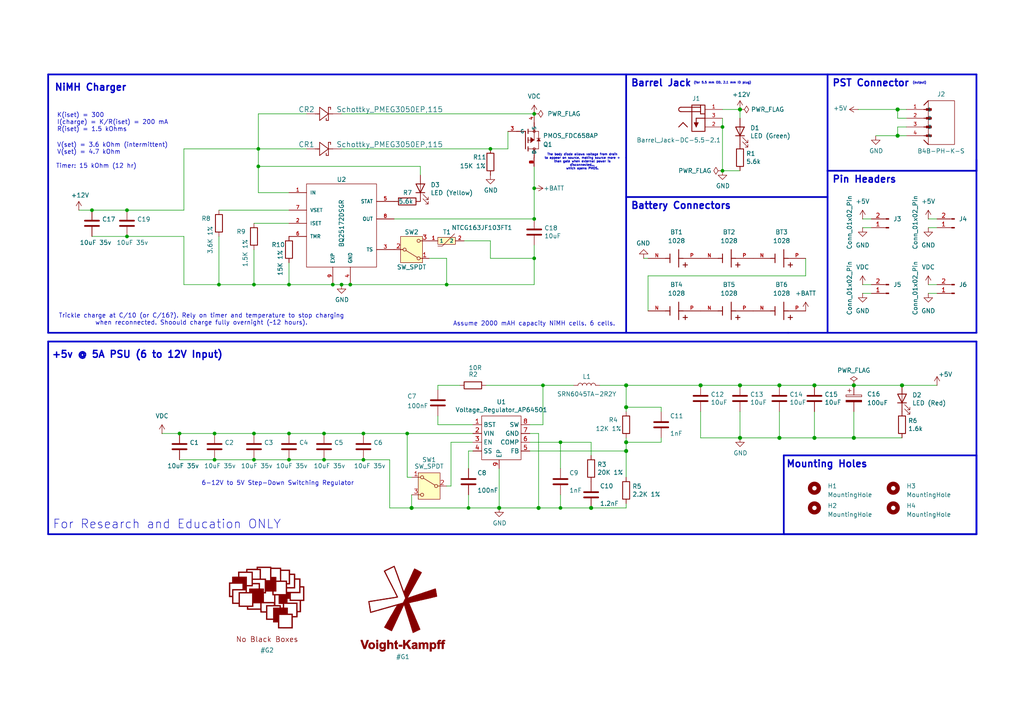
<source format=kicad_sch>
(kicad_sch (version 20231120) (generator "eeschema") (generator_version "8.0")
  (paper "A4")
  (title_block (title "NB3 Charger Board") (date "2025-02-07") (rev "0.0.0") (company "Voight-Kampff") (comment 1 "NoBlackBoxes: NB3 power source and battery charger") (comment 2 "5V/5A power source for RPi, sensors, and motors") (comment 3 "NiMH battery charger"))
  (junction (at 73.66 133.35))
  (junction (at 83.82 82.55))
  (junction (at 181.61 130.81) (diameter 1.016))
  (junction (at 162.56 147.32))
  (junction (at 105.41 125.73))
  (junction (at 83.82 125.73))
  (junction (at 62.23 125.73))
  (junction (at 118.11 125.73))
  (junction (at 142.24 43.18))
  (junction (at 52.07 125.73))
  (junction (at 236.22 111.76) (diameter 1.016))
  (junction (at 226.06 111.76) (diameter 1.016))
  (junction (at 36.83 68.58))
  (junction (at 73.66 82.55))
  (junction (at 105.41 133.35))
  (junction (at 74.93 48.26))
  (junction (at 214.63 111.76) (diameter 1.016))
  (junction (at 203.2 111.76) (diameter 1.016))
  (junction (at 162.56 128.27))
  (junction (at 171.45 147.32) (diameter 1.016))
  (junction (at 99.06 82.55))
  (junction (at 63.5 82.55))
  (junction (at 247.65 127) (diameter 1.016))
  (junction (at 26.67 60.96))
  (junction (at 93.98 125.73))
  (junction (at 119.38 147.32) (diameter 1.016))
  (junction (at 129.54 82.55))
  (junction (at 62.23 133.35))
  (junction (at 226.06 127) (diameter 1.016))
  (junction (at 261.62 111.76) (diameter 1.016))
  (junction (at 154.94 33.02))
  (junction (at 156.21 147.32) (diameter 1.016))
  (junction (at 181.61 118.11) (diameter 1.016))
  (junction (at 36.83 60.96))
  (junction (at 93.98 133.35))
  (junction (at 209.55 49.53))
  (junction (at 236.22 127) (diameter 1.016))
  (junction (at 135.89 147.32))
  (junction (at 260.35 39.37) (diameter 1.016))
  (junction (at 154.94 63.5))
  (junction (at 96.52 82.55))
  (junction (at 144.78 147.32) (diameter 1.016))
  (junction (at 154.94 54.61))
  (junction (at 214.63 31.75) (diameter 1.016))
  (junction (at 247.65 111.76) (diameter 1.016))
  (junction (at 260.35 31.75) (diameter 1.016))
  (junction (at 181.61 128.27) (diameter 1.016))
  (junction (at 181.61 111.76) (diameter 1.016))
  (junction (at 83.82 133.35))
  (junction (at 74.93 43.18))
  (junction (at 214.63 127) (diameter 1.016))
  (junction (at 101.6 82.55))
  (junction (at 154.94 74.93))
  (junction (at 157.48 111.76))
  (junction (at 73.66 125.73))
  (junction (at 209.55 36.83))
  (polyline (pts (xy 283.21 21.59) (xy 240.03 21.59)) (stroke (width 0.5) (type solid)))
  (polyline (pts (xy 240.03 21.59) (xy 240.03 49.53)) (stroke (width 0.5) (type solid)))
  (wire (pts (xy 247.65 111.76) (xy 261.62 111.76)))
  (wire (pts (xy 36.83 68.58) (xy 53.34 68.58)))
  (wire (pts (xy 73.66 72.39) (xy 73.66 82.55)))
  (wire (pts (xy 99.06 33.02) (xy 154.94 33.02)))
  (wire (pts (xy 73.66 64.77) (xy 83.82 64.77)))
  (wire (pts (xy 105.41 125.73) (xy 118.11 125.73)))
  (wire (pts (xy 133.35 111.76) (xy 127 111.76)))
  (wire (pts (xy 269.24 63.5) (xy 271.78 63.5)))
  (wire (pts (xy 135.89 130.81) (xy 135.89 135.89)))
  (wire (pts (xy 74.93 48.26) (xy 121.92 48.26)))
  (wire (pts (xy 26.67 60.96) (xy 36.83 60.96)))
  (wire (pts (xy 63.5 68.58) (xy 63.5 82.55)))
  (polyline (pts (xy 181.61 21.59) (xy 181.61 45.72)) (stroke (width 0.5) (type solid)))
  (wire (pts (xy 181.61 127) (xy 181.61 128.27)))
  (wire (pts (xy 252.73 66.04) (xy 250.19 66.04)))
  (wire (pts (xy 99.06 43.18) (xy 142.24 43.18)))
  (wire (pts (xy 262.89 34.29) (xy 260.35 34.29)))
  (wire (pts (xy 36.83 60.96) (xy 53.34 60.96)))
  (wire (pts (xy 171.45 147.32) (xy 181.61 147.32)))
  (wire (pts (xy 127 111.76) (xy 127 113.03)))
  (wire (pts (xy 181.61 118.11) (xy 181.61 119.38)))
  (wire (pts (xy 209.55 31.75) (xy 214.63 31.75)))
  (wire (pts (xy 154.94 74.93) (xy 154.94 71.12)))
  (wire (pts (xy 153.67 125.73) (xy 156.21 125.73)))
  (wire (pts (xy 52.07 125.73) (xy 62.23 125.73)))
  (wire (pts (xy 262.89 39.37) (xy 260.35 39.37)))
  (wire (pts (xy 233.68 80.01) (xy 187.96 80.01)))
  (wire (pts (xy 74.93 33.02) (xy 74.93 43.18)))
  (wire (pts (xy 154.94 54.61) (xy 154.94 63.5)))
  (wire (pts (xy 181.61 147.32) (xy 181.61 146.05)))
  (wire (pts (xy 214.63 34.29) (xy 214.63 31.75)))
  (wire (pts (xy 130.81 128.27) (xy 130.81 140.97)))
  (wire (pts (xy 157.48 123.19) (xy 157.48 111.76)))
  (wire (pts (xy 135.89 147.32) (xy 144.78 147.32)))
  (polyline (pts (xy 240.03 21.59) (xy 13.97 21.59)) (stroke (width 0.5) (type solid)))
  (wire (pts (xy 154.94 48.26) (xy 154.94 54.61)))
  (polyline (pts (xy 283.21 49.53) (xy 283.21 96.52)) (stroke (width 0.5) (type solid)))
  (wire (pts (xy 73.66 125.73) (xy 83.82 125.73)))
  (wire (pts (xy 96.52 82.55) (xy 99.06 82.55)))
  (wire (pts (xy 74.93 43.18) (xy 74.93 48.26)))
  (wire (pts (xy 162.56 128.27) (xy 162.56 135.89)))
  (polyline (pts (xy 13.97 21.59) (xy 13.97 96.52)) (stroke (width 0.5) (type solid)))
  (polyline (pts (xy 240.03 49.53) (xy 240.03 96.52)) (stroke (width 0.5) (type solid)))
  (polyline (pts (xy 228.6 96.52) (xy 13.97 96.52)) (stroke (width 0.5) (type solid)))
  (wire (pts (xy 62.23 133.35) (xy 73.66 133.35)))
  (wire (pts (xy 250.19 63.5) (xy 252.73 63.5)))
  (wire (pts (xy 113.03 147.32) (xy 119.38 147.32)))
  (polyline (pts (xy 283.21 49.53) (xy 283.21 46.355)) (stroke (width 0.5) (type solid)))
  (wire (pts (xy 137.16 123.19) (xy 127 123.19)))
  (wire (pts (xy 233.68 74.93) (xy 233.68 80.01)))
  (wire (pts (xy 74.93 43.18) (xy 88.9 43.18)))
  (wire (pts (xy 226.06 119.38) (xy 226.06 127)))
  (wire (pts (xy 181.61 130.81) (xy 181.61 138.43)))
  (polyline (pts (xy 13.97 99.06) (xy 13.97 154.94)) (stroke (width 0.5) (type solid)))
  (wire (pts (xy 73.66 133.35) (xy 83.82 133.35)))
  (wire (pts (xy 113.03 133.35) (xy 113.03 147.32)))
  (wire (pts (xy 119.38 147.32) (xy 135.89 147.32)))
  (wire (pts (xy 209.55 49.53) (xy 214.63 49.53)))
  (wire (pts (xy 93.98 133.35) (xy 105.41 133.35)))
  (wire (pts (xy 118.11 138.43) (xy 118.11 125.73)))
  (wire (pts (xy 262.89 36.83) (xy 260.35 36.83)))
  (wire (pts (xy 140.97 111.76) (xy 157.48 111.76)))
  (polyline (pts (xy 283.21 49.53) (xy 283.21 21.59)) (stroke (width 0.5) (type solid)))
  (wire (pts (xy 127 123.19) (xy 127 120.65)))
  (wire (pts (xy 262.89 31.75) (xy 260.35 31.75)))
  (wire (pts (xy 252.73 85.09) (xy 250.19 85.09)))
  (wire (pts (xy 134.62 69.85) (xy 142.24 69.85)))
  (wire (pts (xy 260.35 36.83) (xy 260.35 39.37)))
  (wire (pts (xy 142.24 69.85) (xy 142.24 74.93)))
  (wire (pts (xy 63.5 82.55) (xy 73.66 82.55)))
  (wire (pts (xy 181.61 111.76) (xy 181.61 118.11)))
  (wire (pts (xy 129.54 74.93) (xy 129.54 82.55)))
  (wire (pts (xy 214.63 111.76) (xy 226.06 111.76)))
  (wire (pts (xy 181.61 128.27) (xy 191.77 128.27)))
  (wire (pts (xy 181.61 128.27) (xy 181.61 130.81)))
  (wire (pts (xy 137.16 128.27) (xy 130.81 128.27)))
  (wire (pts (xy 74.93 55.88) (xy 83.82 55.88)))
  (wire (pts (xy 154.94 82.55) (xy 154.94 74.93)))
  (wire (pts (xy 53.34 82.55) (xy 63.5 82.55)))
  (wire (pts (xy 83.82 76.2) (xy 83.82 82.55)))
  (wire (pts (xy 22.86 60.96) (xy 26.67 60.96)))
  (wire (pts (xy 248.92 31.75) (xy 260.35 31.75)))
  (wire (pts (xy 157.48 111.76) (xy 166.37 111.76)))
  (wire (pts (xy 74.93 48.26) (xy 74.93 55.88)))
  (wire (pts (xy 46.99 125.73) (xy 52.07 125.73)))
  (wire (pts (xy 88.9 33.02) (xy 74.93 33.02)))
  (wire (pts (xy 83.82 125.73) (xy 93.98 125.73)))
  (wire (pts (xy 105.41 133.35) (xy 113.03 133.35)))
  (polyline (pts (xy 181.61 45.72) (xy 181.61 96.52)) (stroke (width 0.5) (type solid)))
  (wire (pts (xy 118.11 125.73) (xy 137.16 125.73)))
  (wire (pts (xy 214.63 119.38) (xy 214.63 127)))
  (wire (pts (xy 271.78 85.09) (xy 269.24 85.09)))
  (wire (pts (xy 153.67 130.81) (xy 181.61 130.81)))
  (wire (pts (xy 156.21 125.73) (xy 156.21 147.32)))
  (polyline (pts (xy 13.97 99.06) (xy 283.21 99.06)) (stroke (width 0.5) (type solid)))
  (wire (pts (xy 153.67 123.19) (xy 157.48 123.19)))
  (wire (pts (xy 162.56 147.32) (xy 171.45 147.32)))
  (wire (pts (xy 137.16 130.81) (xy 135.89 130.81)))
  (wire (pts (xy 99.06 82.55) (xy 101.6 82.55)))
  (wire (pts (xy 187.96 80.01) (xy 187.96 90.17)))
  (wire (pts (xy 52.07 133.35) (xy 62.23 133.35)))
  (wire (pts (xy 247.65 119.38) (xy 247.65 127)))
  (wire (pts (xy 226.06 111.76) (xy 236.22 111.76)))
  (wire (pts (xy 260.35 34.29) (xy 260.35 31.75)))
  (wire (pts (xy 73.66 82.55) (xy 83.82 82.55)))
  (wire (pts (xy 53.34 43.18) (xy 74.93 43.18)))
  (wire (pts (xy 236.22 111.76) (xy 247.65 111.76)))
  (wire (pts (xy 271.78 66.04) (xy 269.24 66.04)))
  (wire (pts (xy 153.67 128.27) (xy 162.56 128.27)))
  (polyline (pts (xy 181.61 57.15) (xy 240.03 57.15)) (stroke (width 0.5) (type solid)))
  (wire (pts (xy 124.46 74.93) (xy 129.54 74.93)))
  (polyline (pts (xy 227.33 154.94) (xy 283.21 154.94)) (stroke (width 0.5) (type solid)))
  (wire (pts (xy 162.56 128.27) (xy 171.45 128.27)))
  (wire (pts (xy 181.61 118.11) (xy 191.77 118.11)))
  (wire (pts (xy 236.22 119.38) (xy 236.22 127)))
  (wire (pts (xy 209.55 36.83) (xy 209.55 49.53)))
  (wire (pts (xy 83.82 82.55) (xy 96.52 82.55)))
  (wire (pts (xy 26.67 68.58) (xy 36.83 68.58)))
  (wire (pts (xy 93.98 125.73) (xy 105.41 125.73)))
  (wire (pts (xy 121.92 48.26) (xy 121.92 50.8)))
  (wire (pts (xy 142.24 43.18) (xy 147.32 43.18)))
  (wire (pts (xy 209.55 34.29) (xy 209.55 36.83)))
  (wire (pts (xy 144.78 135.89) (xy 144.78 147.32)))
  (wire (pts (xy 53.34 68.58) (xy 53.34 82.55)))
  (wire (pts (xy 162.56 143.51) (xy 162.56 147.32)))
  (wire (pts (xy 181.61 111.76) (xy 203.2 111.76)))
  (wire (pts (xy 83.82 133.35) (xy 93.98 133.35)))
  (wire (pts (xy 62.23 125.73) (xy 73.66 125.73)))
  (wire (pts (xy 260.35 39.37) (xy 254 39.37)))
  (wire (pts (xy 135.89 143.51) (xy 135.89 147.32)))
  (wire (pts (xy 171.45 132.08) (xy 171.45 128.27)))
  (wire (pts (xy 191.77 128.27) (xy 191.77 127)))
  (wire (pts (xy 147.32 38.1) (xy 147.32 43.18)))
  (wire (pts (xy 101.6 82.55) (xy 129.54 82.55)))
  (wire (pts (xy 119.38 138.43) (xy 118.11 138.43)))
  (polyline (pts (xy 283.21 154.94) (xy 13.97 154.94)) (stroke (width 0.508) (type solid)))
  (wire (pts (xy 173.99 111.76) (xy 181.61 111.76)))
  (wire (pts (xy 203.2 119.38) (xy 203.2 127)))
  (wire (pts (xy 203.2 127) (xy 214.63 127)))
  (wire (pts (xy 214.63 127) (xy 226.06 127)))
  (wire (pts (xy 226.06 127) (xy 236.22 127)))
  (wire (pts (xy 236.22 127) (xy 247.65 127)))
  (wire (pts (xy 247.65 127) (xy 261.62 127)))
  (wire (pts (xy 130.81 140.97) (xy 129.54 140.97)))
  (polyline (pts (xy 283.21 99.06) (xy 283.21 154.94)) (stroke (width 0.5) (type solid)))
  (wire (pts (xy 203.2 111.76) (xy 214.63 111.76)))
  (polyline (pts (xy 240.03 49.53) (xy 283.21 49.53)) (stroke (width 0.5) (type solid)))
  (wire (pts (xy 186.69 74.93) (xy 187.96 74.93)))
  (wire (pts (xy 156.21 147.32) (xy 162.56 147.32)))
  (wire (pts (xy 269.24 82.55) (xy 271.78 82.55)))
  (wire (pts (xy 129.54 82.55) (xy 154.94 82.55)))
  (wire (pts (xy 53.34 60.96) (xy 53.34 43.18)))
  (wire (pts (xy 191.77 118.11) (xy 191.77 119.38)))
  (wire (pts (xy 261.62 111.76) (xy 271.78 111.76)))
  (polyline (pts (xy 227.33 132.08) (xy 283.21 132.08)) (stroke (width 0.5) (type solid)))
  (wire (pts (xy 63.5 60.96) (xy 83.82 60.96)))
  (wire (pts (xy 114.3 63.5) (xy 154.94 63.5)))
  (wire (pts (xy 142.24 74.93) (xy 154.94 74.93)))
  (wire (pts (xy 250.19 82.55) (xy 252.73 82.55)))
  (polyline (pts (xy 227.33 132.08) (xy 227.33 154.94)) (stroke (width 0.5) (type solid)))
  (polyline (pts (xy 283.21 154.94) (xy 283.21 132.08)) (stroke (width 0.5) (type solid)))
  (wire (pts (xy 144.78 147.32) (xy 156.21 147.32)))
  (polyline (pts (xy 228.6 96.52) (xy 283.21 96.52)) (stroke (width 0.5) (type solid)))
  (wire (pts (xy 119.38 143.51) (xy 119.38 147.32)))
  (text "Timer: 15 kOhm (12 hr)" (at 27.94 48.26 0) (effects (font (size 1.27 1.27))))
  (text "(output)" (at 266.7 24.13 0) (effects (font (size 0.635 0.635))))
  (text "K(iset) = 300\nI(charge) = K/R(iset) = 200 mA\nR(iset) = 1.5 kOhms" (at 16.51 35.56 0) (effects (font (size 1.27 1.27)) (justify left)))
  (text "Pin Headers" (at 241.3 53.34 0) (effects (font (size 2 2) (thickness 0.4) (bold yes)) (justify left bottom)))
  (text "The body diode allows voltage from drain\nto appear on source, making source more +\nthan gate when external power is\ndisconnected...\nwhich opens PMOS." (at 168.91 46.99 0) (effects (font (size 0.635 0.635))))
  (text "NiMH Charger" (at 36.83 26.67 0) (effects (font (size 2 2) (thickness 0.4) (bold yes)) (justify right bottom)))
  (text "Mounting Holes" (at 227.965 135.89 0) (effects (font (size 2 2) (thickness 0.4) (bold yes)) (justify left bottom)))
  (text "V(set) = 3.6 kOhm (intermittent)\nV(set) = 4.7 kOhm" (at 16.51 43.18 0) (effects (font (size 1.27 1.27)) (justify left)))
  (text "(for 5.5 mm OD, 2.1 mm ID plug)" (at 209.55 24.13 0) (effects (font (size 0.635 0.635))))
  (text "PST Connector" (at 241.3 25.4 0) (effects (font (size 2 2) (thickness 0.4) (bold yes)) (justify left bottom)))
  (text "Trickle charge at C/10 (or C/16?). Rely on timer and temperature to stop charging\nwhen reconnected. Shoould charge fully overnight (~12 hours)." (at 58.42 92.71 0) (effects (font (size 1.27 1.27))))
  (text "Battery Connectors" (at 182.88 60.96 0) (effects (font (size 2 2) (thickness 0.4) (bold yes)) (justify left bottom)))
  (text "+5v @ 5A PSU (6 to 12V Input)" (at 64.77 104.14 0) (effects (font (size 2 2) (thickness 0.4) (bold yes)) (justify right bottom)))
  (text "For Research and Education ONLY" (at 15.24 153.67 0) (effects (font (size 2.54 2.54)) (justify left bottom)))
  (text "Barrel Jack" (at 182.88 25.4 0) (effects (font (size 2 2) (thickness 0.4) (bold yes)) (justify left bottom)))
  (text "Assume 2000 mAH capacity NiMH cells. 6 cells." (at 154.94 93.98 0) (effects (font (size 1.27 1.27))))
  (text "6-12V to 5V Step-Down Switching Regulator" (at 58.42 140.97 0) (effects (font (size 1.27 1.27)) (justify left bottom)))
  (symbol (lib_id "Device:LED") (at 214.63 38.1 90) (unit 1)
    (property "Reference" "D1" (at 217.6018 37.1094 90) (effects (justify right)))
    (property "Value" "LED (Green)" (at 217.6018 39.4208 90) (effects (justify right)))
    (property "Footprint" "LED_SMD:LED_0603_1608Metric" (effects (hide yes)))
  )
  (symbol (lib_id "Device:R") (at 214.63 45.72 0) (unit 1)
    (property "Reference" "R1" (at 216.408 44.5516 0) (effects (justify left)))
    (property "Value" "5.6k" (at 216.408 46.863 0) (effects (justify left)))
    (property "Footprint" "Resistor_SMD:R_0402_1005Metric" (effects (hide yes)))
  )
  (symbol (lib_id "power:GND") (at 209.55 49.53 0) (unit 1)
    (property "Reference" "#PWR03" (effects (hide yes)))
    (property "Value" "GND" (at 209.677 53.9242 0))
    (property "Description" "Power symbol creates a global label with name \"GND\" , ground" (effects (hide yes)))
  )
  (symbol (lib_id "power:GND") (at 254 39.37 0) (unit 1)
    (property "Reference" "#PWR06" (effects (hide yes)))
    (property "Value" "GND" (at 254.127 43.7642 0))
    (property "Description" "Power symbol creates a global label with name \"GND\" , ground" (effects (hide yes)))
  )
  (symbol (lib_id "NB3_charger:AA_Battery_Holder_1028") (at 226.06 74.93 180) (unit 1)
    (property "Reference" "BT3" (at 226.695 67.31 0))
    (property "Value" "1028" (at 226.695 69.85 0))
    (property "Footprint" "NB3_charger:AA_Battery_Holder_1028" (effects (hide yes)))
    (property "PARTREV" "C" (effects (hide yes)))
    (property "STANDARD" "Manufacturer Recommendations" (effects (hide yes)))
    (property "SNAPEDA_PN" "1028" (effects (hide yes)))
    (property "MAXIMUM_PACKAGE_HEIGHT" "15.49mm" (effects (hide yes)))
    (property "MANUFACTURER" "Keystone" (effects (hide yes)))
  )
  (symbol (lib_id "Connector:Conn_01x02_Pin") (at 257.81 66.04 180) (unit 1)
    (property "Reference" "J3" (at 259.08 63.5 0) (effects (justify right)))
    (property "Value" "Conn_01x02_Pin" (at 246.38 72.39 90) (effects (justify right)))
    (property "Footprint" "Connector_PinHeader_2.54mm:PinHeader_1x02_P2.54mm_Vertical" (effects (hide yes)))
  )
  (symbol (lib_id "Device:C") (at 62.23 129.54 0) (unit 1)
    (property "Reference" "C2" (at 65.151 128.3716 0) (effects (justify left)))
    (property "Value" "10uF 35v" (at 59.182 135.128 0) (effects (justify left)))
    (property "Footprint" "Capacitor_SMD:C_0805_2012Metric" (effects (hide yes)))
    (property "Datasheet" "https://www.murata.com/en-global/products/productdetail.aspx?partno=GRM21BC8YA106ME11%23" (effects (hide yes)))
    (property "Field5" "490-10505-1-ND" (effects (hide yes)))
    (property "Field4" "Digikey" (effects (hide yes)))
    (property "Field6" "GRM21BC8YA106KE11L " (effects (hide yes)))
    (property "Field7" "Murata" (effects (hide yes)))
    (property "Part Description" "	10uF 10% or 20% 35V Ceramic Capacitor X6S 0805 (2012 Metric)" (effects (hide yes)))
  )
  (symbol (lib_id "Switch:SW_SPDT") (at 124.46 140.97 0) (mirror y) (unit 1)
    (property "Reference" "SW1" (at 124.46 133.35 0))
    (property "Value" "SW_SPDT" (at 124.46 135.255 0))
    (property "Footprint" "NB3_charger:Switch_SPDT_SMD_Slide_JS102011JCQN" (effects (hide yes)))
    (property "Description" "Switch, single pole double throw" (effects (hide yes)))
  )
  (symbol (lib_id "power:PWR_FLAG") (at 247.65 111.76 0) (unit 1)
    (property "Reference" "#FLG03" (effects (hide yes)))
    (property "Value" "PWR_FLAG" (at 247.65 107.4356 0))
    (property "Description" "Special symbol for telling ERC where power comes from" (effects (hide yes)))
  )
  (symbol (lib_id "power:VDC") (at 269.24 82.55 0) (unit 1)
    (property "Reference" "#PWR012" (effects (hide yes)))
    (property "Value" "VDC" (at 269.24 77.47 0))
    (property "Description" "Power symbol creates a global label with name \"VDC\"" (effects (hide yes)))
  )
  (symbol (lib_id "Connector:Conn_01x02_Pin") (at 257.81 85.09 180) (unit 1)
    (property "Reference" "J5" (at 259.08 82.55 0) (effects (justify right)))
    (property "Value" "Conn_01x02_Pin" (at 246.38 91.44 90) (effects (justify right)))
    (property "Footprint" "Connector_PinHeader_2.54mm:PinHeader_1x02_P2.54mm_Vertical" (effects (hide yes)))
  )
  (symbol (lib_id "NB3_charger:AA_Battery_Holder_1028") (at 195.58 90.17 180) (unit 1)
    (property "Reference" "BT4" (at 196.215 82.55 0))
    (property "Value" "1028" (at 196.215 85.09 0))
    (property "Footprint" "NB3_charger:AA_Battery_Holder_1028" (effects (hide yes)))
    (property "PARTREV" "C" (effects (hide yes)))
    (property "STANDARD" "Manufacturer Recommendations" (effects (hide yes)))
    (property "SNAPEDA_PN" "1028" (effects (hide yes)))
    (property "MAXIMUM_PACKAGE_HEIGHT" "15.49mm" (effects (hide yes)))
    (property "MANUFACTURER" "Keystone" (effects (hide yes)))
  )
  (symbol (lib_id "NB3_charger:Schottky_PMEG3050EP,115") (at 88.9 33.02 0) (unit 1)
    (property "Reference" "CR2" (at 88.9 31.75 0) (effects (font (size 1.524 1.524))))
    (property "Value" "Schottky_PMEG3050EP,115" (at 113.03 31.75 0) (effects (font (size 1.524 1.524))))
    (property "Footprint" "NB3_charger:Schottky_PMEG3050EP,115" (effects (hide yes)))
  )
  (symbol (lib_id "power:GND") (at 269.24 85.09 0) (unit 1)
    (property "Reference" "#PWR018" (effects (hide yes)))
    (property "Value" "GND" (at 269.24 90.17 0))
    (property "Description" "Power symbol creates a global label with name \"GND\" , ground" (effects (hide yes)))
  )
  (symbol (lib_id "power:VDC") (at 154.94 33.02 0) (unit 1)
    (property "Reference" "#PWR022" (effects (hide yes)))
    (property "Value" "VDC" (at 154.94 27.94 0))
    (property "Description" "Power symbol creates a global label with name \"VDC\"" (effects (hide yes)))
  )
  (symbol (lib_id "Device:R") (at 261.62 123.19 0) (unit 1)
    (property "Reference" "R6" (at 263.398 122.0216 0) (effects (justify left)))
    (property "Value" "1.6k" (at 263.398 124.333 0) (effects (justify left)))
    (property "Footprint" "Resistor_SMD:R_0402_1005Metric" (effects (hide yes)))
  )
  (symbol (lib_id "Mechanical:MountingHole") (at 259.08 147.32 0) (unit 1)
    (property "Reference" "H4" (at 262.89 146.6849 0) (effects (justify left)))
    (property "Value" "MountingHole" (at 262.89 149.2249 0) (effects (justify left)))
    (property "Footprint" "MountingHole:MountingHole_2.7mm_M2.5_ISO7380_Pad" (effects (hide yes)))
  )
  (symbol (lib_id "Device:C") (at 171.45 143.51 0) (unit 1)
    (property "Reference" "C10" (at 173.99 140.97 0) (effects (justify left)))
    (property "Value" "1.2nF" (at 173.99 146.05 0) (effects (justify left)))
    (property "Footprint" "Capacitor_SMD:C_0402_1005Metric" (effects (hide yes)))
    (property "Datasheet" "http://www.farnell.com/datasheets/2734135.pdf?_ga=2.259347658.1738794919.1588350964-1787849031.1568210898&_gac=1.15394434.1588350964.EAIaIQobChMIgrHHs4yT6QIVxevtCh39TA_nEAAYASAAEgK8PfD_BwE" (effects (hide yes)))
    (property "Field4" "Digikey" (effects (hide yes)))
    (property "Field5" "490-16429-1-ND" (effects (hide yes)))
    (property "Field6" "GCM155R71H122KA37D" (effects (hide yes)))
    (property "Field7" "Murata" (effects (hide yes)))
    (property "Part Description" "1200pF 10% 10V Ceramic Capacitor X5R 0402 (1005 Metric)" (effects (hide yes)))
  )
  (symbol (lib_id "Device:L") (at 170.18 111.76 90) (unit 1)
    (property "Reference" "L1" (at 170.18 109.22 90))
    (property "Value" "SRN6045TA-2R2Y" (at 170.18 114.3 90))
    (property "Footprint" "Inductor_SMD:L_Bourns_SRN6045TA" (effects (hide yes)))
    (property "Description" "Inductor" (effects (hide yes)))
    (property "Field4" "Farnell" (effects (hide yes)))
    (property "Field5" "2616889" (effects (hide yes)))
    (property "Field6" "SRN6045TA-3R3Y" (effects (hide yes)))
    (property "Field7" "Bourns" (effects (hide yes)))
    (property "Part Description" "3.3µH Semi-Shielded Wirewound Inductor 7.8A 21mOhm Nonstandard" (effects (hide yes)))
  )
  (symbol (lib_id "power:GND") (at 99.06 82.55 0) (unit 1)
    (property "Reference" "#PWR021" (effects (hide yes)))
    (property "Value" "GND" (at 99.187 86.9442 0))
    (property "Description" "Power symbol creates a global label with name \"GND\" , ground" (effects (hide yes)))
  )
  (symbol (lib_id "power:+BATT") (at 233.68 90.17 0) (unit 1)
    (property "Reference" "#PWR011" (effects (hide yes)))
    (property "Value" "+BATT" (at 233.68 85.09 0))
    (property "Description" "Power symbol creates a global label with name \"+BATT\"" (effects (hide yes)))
  )
  (symbol (lib_id "power:GND") (at 269.24 66.04 0) (unit 1)
    (property "Reference" "#PWR016" (effects (hide yes)))
    (property "Value" "GND" (at 269.24 71.12 0))
    (property "Description" "Power symbol creates a global label with name \"GND\" , ground" (effects (hide yes)))
  )
  (symbol (lib_id "Device:C") (at 52.07 129.54 0) (unit 1)
    (property "Reference" "C1" (at 54.991 128.3716 0) (effects (justify left)))
    (property "Value" "10uF 35v" (at 48.514 135.128 0) (effects (justify left)))
    (property "Footprint" "Capacitor_SMD:C_0805_2012Metric" (effects (hide yes)))
    (property "Datasheet" "https://www.murata.com/en-global/products/productdetail.aspx?partno=GRM21BC8YA106ME11%23" (effects (hide yes)))
    (property "Field5" "490-10505-1-ND" (effects (hide yes)))
    (property "Field4" "Digikey" (effects (hide yes)))
    (property "Field6" "GRM21BC8YA106KE11L " (effects (hide yes)))
    (property "Field7" "Murata" (effects (hide yes)))
    (property "Part Description" "	10uF 10% or 20% 35V Ceramic Capacitor X6S 0805 (2012 Metric)" (effects (hide yes)))
  )
  (symbol (lib_id "power:GND") (at 250.19 66.04 0) (unit 1)
    (property "Reference" "#PWR015" (effects (hide yes)))
    (property "Value" "GND" (at 250.19 71.12 0))
    (property "Description" "Power symbol creates a global label with name \"GND\" , ground" (effects (hide yes)))
  )
  (symbol (lib_id "Mechanical:MountingHole") (at 236.22 147.32 0) (unit 1)
    (property "Reference" "H2" (at 240.03 146.6849 0) (effects (justify left)))
    (property "Value" "MountingHole" (at 240.03 149.2249 0) (effects (justify left)))
    (property "Footprint" "MountingHole:MountingHole_2.7mm_M2.5_ISO7380_Pad" (effects (hide yes)))
  )
  (symbol (lib_id "Device:R") (at 137.16 111.76 270) (unit 1)
    (property "Reference" "R2" (at 135.89 108.585 90) (effects (justify left)))
    (property "Value" "10R" (at 135.89 106.68 90) (effects (justify left)))
    (property "Footprint" "Resistor_SMD:R_0402_1005Metric" (effects (hide yes)))
    (property "Datasheet" "https://fscdn.rohm.com/en/products/databook/datasheet/passive/resistor/chip_resistor/mcr-e.pdf" (effects (hide yes)))
    (property "Field4" "Farnell" (effects (hide yes)))
    (property "Field5" "9238999" (effects (hide yes)))
    (property "Field7" "Yageo" (effects (hide yes)))
    (property "Field6" "RC0402FR-0710RL" (effects (hide yes)))
    (property "Field8" "URES00256" (effects (hide yes)))
    (property "Part Description" "Resistor 10R M1005 1% 63mW" (effects (hide yes)))
  )
  (symbol (lib_id "Device:LED") (at 261.62 115.57 90) (unit 1)
    (property "Reference" "D2" (at 264.5918 114.5794 90) (effects (justify right)))
    (property "Value" "LED (Red)" (at 264.5918 116.8908 90) (effects (justify right)))
    (property "Footprint" "LED_SMD:LED_0603_1608Metric" (effects (hide yes)))
  )
  (symbol (lib_id "Connector:Conn_01x02_Pin") (at 276.86 66.04 180) (unit 1)
    (property "Reference" "J4" (at 278.13 63.5 0) (effects (justify right)))
    (property "Value" "Conn_01x02_Pin" (at 265.43 72.39 90) (effects (justify right)))
    (property "Footprint" "Connector_PinHeader_2.54mm:PinHeader_1x02_P2.54mm_Vertical" (effects (hide yes)))
  )
  (symbol (lib_id "NB3_charger:PMOS_SMD_FDC658AP") (at 152.4 40.64 0) (mirror x) (unit 1)
    (property "Reference" "Q1" (at 157.48 41.9101 0) (effects (justify left)))
    (property "Value" "PMOS_FDC658AP" (at 157.48 39.3701 0) (effects (justify left)))
    (property "Footprint" "NB3_charger:PMOS_SMD_FDC658AP" (effects (hide yes)))
  )
  (symbol (lib_id "Device:C") (at 135.89 139.7 0) (unit 1)
    (property "Reference" "C8" (at 138.43 137.16 0) (effects (justify left)))
    (property "Value" "100nF" (at 138.43 142.24 0) (effects (justify left)))
    (property "Footprint" "Capacitor_SMD:C_0402_1005Metric" (effects (hide yes)))
    (property "Datasheet" "https://search.murata.co.jp/Ceramy/image/img/A01X/G101/ENG/GRM155R71C104KA88-01.pdf" (effects (hide yes)))
    (property "Field4" "Farnell" (effects (hide yes)))
    (property "Field5" "2611911" (effects (hide yes)))
    (property "Field6" "RM EMK105 B7104KV-F" (effects (hide yes)))
    (property "Field7" "TAIYO YUDEN EUROPE GMBH" (effects (hide yes)))
    (property "Part Description" "	0.1uF 10% 16V Ceramic Capacitor X7R 0402 (1005 Metric)" (effects (hide yes)))
    (property "Field8" "110091611" (effects (hide yes)))
  )
  (symbol (lib_id "Device:R") (at 171.45 135.89 0) (unit 1)
    (property "Reference" "R3" (at 173.228 134.7216 0) (effects (justify left)))
    (property "Value" "20K 1%" (at 173.228 137.033 0) (effects (justify left)))
    (property "Footprint" "Resistor_SMD:R_0402_1005Metric" (effects (hide yes)))
    (property "Datasheet" "https://fscdn.rohm.com/en/products/databook/datasheet/passive/resistor/chip_resistor/mcr-e.pdf" (effects (hide yes)))
    (property "Field4" "Farnell" (effects (hide yes)))
    (property "Field5" "2331485" (effects (hide yes)))
    (property "Field7" "KOA EUROPE GMBH" (effects (hide yes)))
    (property "Field6" "RK73H1ETTP2002F" (effects (hide yes)))
    (property "Part Description" "Resistor 20K M1005 1% 63mW" (effects (hide yes)))
  )
  (symbol (lib_id "NB3_charger:Barrel_Jack_TH_XUNPU_DC-005-A200") (at 201.93 34.29 0) (unit 1)
    (property "Reference" "J1" (at 201.93 28.575 0))
    (property "Value" "Barrel_Jack-DC-5.5-2.1" (at 196.85 40.64 0))
    (property "Footprint" "NB3_charger:Barrel_Jack_TH_XUNPU_DC-005-A200" (effects (hide yes)))
    (property "MF" "XUNPU" (effects (hide yes)))
    (property "LCSC" "C720557" (effects (hide yes)))
    (property "MPN" "DC-005-A200" (effects (hide yes)))
  )
  (symbol (lib_id "Device:C") (at 214.63 115.57 0) (unit 1)
    (property "Reference" "C13" (at 217.551 114.4016 0) (effects (justify left)))
    (property "Value" "10uF" (at 217.551 116.713 0) (effects (justify left)))
    (property "Footprint" "Capacitor_SMD:C_0805_2012Metric" (effects (hide yes)))
    (property "Datasheet" "https://search.murata.co.jp/Ceramy/image/img/A01X/G101/ENG/GRM21BR71A106KA73-01.pdf" (effects (hide yes)))
    (property "Field5" "490-14381-1-ND" (effects (hide yes)))
    (property "Field4" "Digikey" (effects (hide yes)))
    (property "Field6" "GRM21BR71A106KA73L" (effects (hide yes)))
    (property "Field7" "Murata" (effects (hide yes)))
    (property "Part Description" "	10uF 10% 10V Ceramic Capacitor X7R 0805 (2012 Metric)" (effects (hide yes)))
    (property "Field8" "111893011" (effects (hide yes)))
  )
  (symbol (lib_id "NB3_charger:AA_Battery_Holder_1028") (at 226.06 90.17 180) (unit 1)
    (property "Reference" "BT6" (at 226.695 82.55 0))
    (property "Value" "1028" (at 226.695 85.09 0))
    (property "Footprint" "NB3_charger:AA_Battery_Holder_1028" (effects (hide yes)))
    (property "PARTREV" "C" (effects (hide yes)))
    (property "STANDARD" "Manufacturer Recommendations" (effects (hide yes)))
    (property "SNAPEDA_PN" "1028" (effects (hide yes)))
    (property "MAXIMUM_PACKAGE_HEIGHT" "15.49mm" (effects (hide yes)))
    (property "MANUFACTURER" "Keystone" (effects (hide yes)))
  )
  (symbol (lib_id "Device:R") (at 83.82 72.39 0) (unit 1)
    (property "Reference" "R10" (at 78.74 70.993 0) (effects (justify left)))
    (property "Value" "15K 1%" (at 81.28 80.01 90) (effects (justify left)))
    (property "Footprint" "Resistor_SMD:R_0402_1005Metric" (effects (hide yes)))
    (property "Datasheet" "https://fscdn.rohm.com/en/products/databook/datasheet/passive/resistor/chip_resistor/mcr-e.pdf" (effects (hide yes)))
    (property "Field4" "Farnell" (effects (hide yes)))
    (property "Field5" "9239367" (effects (hide yes)))
    (property "Field7" "Rohm" (effects (hide yes)))
    (property "Field6" "MCR01MZPF1202" (effects (hide yes)))
    (property "Part Description" "Resistor 12K M1005 1% 63mW" (effects (hide yes)))
  )
  (symbol (lib_id "NB3_charger:AA_Battery_Holder_1028") (at 210.82 90.17 180) (unit 1)
    (property "Reference" "BT5" (at 211.455 82.55 0))
    (property "Value" "1028" (at 211.455 85.09 0))
    (property "Footprint" "NB3_charger:AA_Battery_Holder_1028" (effects (hide yes)))
    (property "PARTREV" "C" (effects (hide yes)))
    (property "STANDARD" "Manufacturer Recommendations" (effects (hide yes)))
    (property "SNAPEDA_PN" "1028" (effects (hide yes)))
    (property "MAXIMUM_PACKAGE_HEIGHT" "15.49mm" (effects (hide yes)))
    (property "MANUFACTURER" "Keystone" (effects (hide yes)))
  )
  (symbol (lib_id "power:PWR_FLAG") (at 209.55 49.53 90) (unit 1)
    (property "Reference" "#FLG02" (effects (hide yes)))
    (property "Value" "PWR_FLAG" (at 206.3749 49.53 90) (effects (justify left)))
    (property "Description" "Special symbol for telling ERC where power comes from" (effects (hide yes)))
  )
  (symbol (lib_id "Device:C") (at 154.94 67.31 0) (unit 1)
    (property "Reference" "C18" (at 157.861 66.1416 0) (effects (justify left)))
    (property "Value" "10uF" (at 157.861 68.453 0) (effects (justify left)))
    (property "Footprint" "Capacitor_SMD:C_0805_2012Metric" (effects (hide yes)))
    (property "Datasheet" "https://search.murata.co.jp/Ceramy/image/img/A01X/G101/ENG/GRM21BR71A106KA73-01.pdf" (effects (hide yes)))
    (property "Field5" "490-14381-1-ND" (effects (hide yes)))
    (property "Field4" "Digikey" (effects (hide yes)))
    (property "Field6" "GRM21BR71A106KA73L" (effects (hide yes)))
    (property "Field7" "Murata" (effects (hide yes)))
    (property "Part Description" "	10uF 10% 10V Ceramic Capacitor X7R 0805 (2012 Metric)" (effects (hide yes)))
    (property "Field8" "111893011" (effects (hide yes)))
  )
  (symbol (lib_id "Device:R") (at 181.61 142.24 0) (unit 1)
    (property "Reference" "R5" (at 183.388 141.0716 0) (effects (justify left)))
    (property "Value" "2.2K 1%" (at 183.388 143.383 0) (effects (justify left)))
    (property "Footprint" "Resistor_SMD:R_0402_1005Metric" (effects (hide yes)))
    (property "Datasheet" "https://fscdn.rohm.com/en/products/databook/datasheet/passive/resistor/chip_resistor/mcr-e.pdf" (effects (hide yes)))
    (property "Field4" "Farnell" (effects (hide yes)))
    (property "Field5" "9239278" (effects (hide yes)))
    (property "Field6" "RK73G1ETQTP2201D         " (effects (hide yes)))
    (property "Field7" "KOA EUROPE GMBH" (effects (hide yes)))
    (property "Part Description" "Resistor 2.2K M1005 1% 63mW" (effects (hide yes)))
    (property "Field8" "120889581" (effects (hide yes)))
  )
  (symbol (lib_id "Device:C_Polarized") (at 247.65 115.57 0) (unit 1)
    (property "Reference" "C16" (at 251.46 114.3 0) (effects (justify left)))
    (property "Value" "100uF" (at 251.46 116.84 0) (effects (justify left)))
    (property "Footprint" "Capacitor_Tantalum_SMD:CP_EIA-7343-31_Kemet-D" (effects (hide yes)))
  )
  (symbol (lib_id "Mechanical:MountingHole") (at 236.22 141.605 0) (unit 1)
    (property "Reference" "H1" (at 240.03 140.9699 0) (effects (justify left)))
    (property "Value" "MountingHole" (at 240.03 143.5099 0) (effects (justify left)))
    (property "Footprint" "MountingHole:MountingHole_2.7mm_M2.5_ISO7380_Pad" (effects (hide yes)))
  )
  (symbol (lib_id "power:GND") (at 142.24 50.8 0) (unit 1)
    (property "Reference" "#PWR023" (effects (hide yes)))
    (property "Value" "GND" (at 142.367 55.1942 0))
    (property "Description" "Power symbol creates a global label with name \"GND\" , ground" (effects (hide yes)))
  )
  (symbol (lib_id "power:+5V") (at 269.24 63.5 0) (unit 1)
    (property "Reference" "#PWR014" (effects (hide yes)))
    (property "Value" "+5V" (at 269.24 58.42 0))
    (property "Description" "Power symbol creates a global label with name \"+5V\"" (effects (hide yes)))
  )
  (symbol (lib_id "Device:C") (at 226.06 115.57 0) (unit 1)
    (property "Reference" "C14" (at 228.981 114.4016 0) (effects (justify left)))
    (property "Value" "10uF" (at 228.981 116.713 0) (effects (justify left)))
    (property "Footprint" "Capacitor_SMD:C_0805_2012Metric" (effects (hide yes)))
    (property "Datasheet" "https://search.murata.co.jp/Ceramy/image/img/A01X/G101/ENG/GRM21BR71A106KA73-01.pdf" (effects (hide yes)))
    (property "Field5" "490-14381-1-ND" (effects (hide yes)))
    (property "Field4" "Digikey" (effects (hide yes)))
    (property "Field6" "GRM21BR71A106KA73L" (effects (hide yes)))
    (property "Field7" "Murata" (effects (hide yes)))
    (property "Part Description" "	10uF 10% 10V Ceramic Capacitor X7R 0805 (2012 Metric)" (effects (hide yes)))
    (property "Field8" "111893011" (effects (hide yes)))
  )
  (symbol (lib_id "Device:C") (at 203.2 115.57 0) (unit 1)
    (property "Reference" "C12" (at 206.121 114.4016 0) (effects (justify left)))
    (property "Value" "10uF" (at 206.121 116.713 0) (effects (justify left)))
    (property "Footprint" "Capacitor_SMD:C_0805_2012Metric" (effects (hide yes)))
    (property "Datasheet" "https://search.murata.co.jp/Ceramy/image/img/A01X/G101/ENG/GRM21BR71A106KA73-01.pdf" (effects (hide yes)))
    (property "Field5" "490-14381-1-ND" (effects (hide yes)))
    (property "Field4" "Digikey" (effects (hide yes)))
    (property "Field6" "GRM21BR71A106KA73L" (effects (hide yes)))
    (property "Field7" "Murata" (effects (hide yes)))
    (property "Part Description" "	10uF 10% 10V Ceramic Capacitor X7R 0805 (2012 Metric)" (effects (hide yes)))
    (property "Field8" "111893011" (effects (hide yes)))
  )
  (symbol (lib_id "power:PWR_FLAG") (at 214.63 31.75 270) (unit 1)
    (property "Reference" "#FLG01" (effects (hide yes)))
    (property "Value" "PWR_FLAG" (at 217.8051 31.75 90) (effects (justify left)))
    (property "Description" "Special symbol for telling ERC where power comes from" (effects (hide yes)))
  )
  (symbol (lib_id "Device:C") (at 36.83 64.77 0) (unit 1)
    (property "Reference" "C19" (at 39.751 63.6016 0) (effects (justify left)))
    (property "Value" "10uF 35v" (at 33.782 70.358 0) (effects (justify left)))
    (property "Footprint" "Capacitor_SMD:C_0805_2012Metric" (effects (hide yes)))
    (property "Datasheet" "https://www.murata.com/en-global/products/productdetail.aspx?partno=GRM21BC8YA106ME11%23" (effects (hide yes)))
    (property "Field5" "490-10505-1-ND" (effects (hide yes)))
    (property "Field4" "Digikey" (effects (hide yes)))
    (property "Field6" "GRM21BC8YA106KE11L " (effects (hide yes)))
    (property "Field7" "Murata" (effects (hide yes)))
    (property "Part Description" "	10uF 10% or 20% 35V Ceramic Capacitor X6S 0805 (2012 Metric)" (effects (hide yes)))
  )
  (symbol (lib_id "power:+5V") (at 250.19 63.5 0) (unit 1)
    (property "Reference" "#PWR013" (effects (hide yes)))
    (property "Value" "+5V" (at 250.19 58.42 0))
    (property "Description" "Power symbol creates a global label with name \"+5V\"" (effects (hide yes)))
  )
  (symbol (lib_id "NB3_charger:Connector_B4B-PH-K-S(LF)(SN)") (at 273.05 36.83 0) (unit 1)
    (property "Reference" "J2" (at 271.78 27.305 0) (effects (justify left)))
    (property "Value" "B4B-PH-K-S" (at 266.065 43.815 0) (effects (justify left)))
    (property "Footprint" "NB3_charger:Connector_B4B-PH-K-S(LF)(SN)" (effects (hide yes)))
    (property "MF" "JST" (effects (hide yes)))
    (property "Description_1" "\n                        \n                             2.0 mm pitch/Disconnectable Crimp style connectors\n                        \n" (effects (hide yes)))
    (property "Package" "None" (effects (hide yes)))
    (property "Price" "None" (effects (hide yes)))
    (property "Check_prices" "https://www.snapeda.com/parts/B4B-PH-K-S(LF)(SN)/JST/view-part/?ref=eda" (effects (hide yes)))
    (property "SnapEDA_Link" "https://www.snapeda.com/parts/B4B-PH-K-S(LF)(SN)/JST/view-part/?ref=snap" (effects (hide yes)))
    (property "MP" "B4B-PH-K-S(LF)(SN)" (effects (hide yes)))
    (property "Availability" "In Stock" (effects (hide yes)))
    (property "MANUFACTURER" "JST" (effects (hide yes)))
  )
  (symbol (lib_id "NB3_charger:Voltage_Regulator_AP64501") (at 139.7 120.65 0) (unit 1)
    (property "Reference" "U1" (at 145.415 116.5668 0))
    (property "Value" "Voltage_Regulator_AP64501" (at 145.415 118.8655 0))
    (property "Footprint" "NB3_charger:Voltage_Regulator_AP64501" (effects (hide yes)))
  )
  (symbol (lib_id "Device:C") (at 191.77 123.19 0) (unit 1)
    (property "Reference" "C11" (at 194.31 120.65 0) (effects (justify left)))
    (property "Value" "1nF" (at 194.31 125.73 0) (effects (justify left)))
    (property "Footprint" "Capacitor_SMD:C_0402_1005Metric" (effects (hide yes)))
    (property "Datasheet" "http://www.farnell.com/datasheets/2048267.pdf?_ga=2.222777691.1738794919.1588350964-1787849031.1568210898&_gac=1.250356018.1588350964.EAIaIQobChMIgrHHs4yT6QIVxevtCh39TA_nEAAYASAAEgK8PfD_BwE" (effects (hide yes)))
    (property "Field4" "Farnell" (effects (hide yes)))
    (property "Field5" "2666374" (effects (hide yes)))
    (property "Field6" "GRM1555C1H221JA01D" (effects (hide yes)))
    (property "Field7" "Murata" (effects (hide yes)))
    (property "Part Description" "220 pF, 50 V, 0402 [1005 Metric], ± 5%, C0G / NP0/CH, GCM Series" (effects (hide yes)))
  )
  (symbol (lib_id "power:+BATT") (at 154.94 54.61 270) (unit 1)
    (property "Reference" "#PWR020" (effects (hide yes)))
    (property "Value" "+BATT" (at 160.655 54.61 90))
    (property "Description" "Power symbol creates a global label with name \"+BATT\"" (effects (hide yes)))
  )
  (symbol (lib_id "Device:C") (at 162.56 139.7 0) (unit 1)
    (property "Reference" "C9" (at 165.1 137.16 0) (effects (justify left)))
    (property "Value" "1nF" (at 165.1 142.24 0) (effects (justify left)))
    (property "Footprint" "Capacitor_SMD:C_0402_1005Metric" (effects (hide yes)))
  )
  (symbol (lib_id "NB3_charger:Thermistor_NTC_NTCG163JF103FT1") (at 129.54 69.85 0) (unit 1)
    (property "Reference" "T1" (at 130.81 67.31 0) (effects (justify right)))
    (property "Value" "NTCG163JF103FT1" (at 148.59 66.04 0) (effects (justify right)))
    (property "Footprint" "NB3_charger:Thermistor_NTC_NTCG163JF103FT1" (effects (hide yes)))
    (property "LCSC" "C76589" (effects (hide yes)))
  )
  (symbol (lib_id "NB3_charger:Schottky_PMEG3050EP,115") (at 88.9 43.18 0) (unit 1)
    (property "Reference" "CR1" (at 88.9 41.91 0) (effects (font (size 1.524 1.524))))
    (property "Value" "Schottky_PMEG3050EP,115" (at 113.03 41.91 0) (effects (font (size 1.524 1.524))))
    (property "Footprint" "NB3_charger:Schottky_PMEG3050EP,115" (effects (hide yes)))
  )
  (symbol (lib_id "Switch:SW_SPDT") (at 119.38 72.39 0) (mirror x) (unit 1)
    (property "Reference" "SW2" (at 119.38 67.31 0))
    (property "Value" "SW_SPDT" (at 119.38 77.47 0))
    (property "Footprint" "NB3_charger:Switch_SPDT_SMD_Slide_JS102011JCQN" (effects (hide yes)))
    (property "Description" "Switch, single pole double throw" (effects (hide yes)))
  )
  (symbol (lib_id "power:GND") (at 186.69 74.93 180) (unit 1)
    (property "Reference" "#PWR010" (effects (hide yes)))
    (property "Value" "GND" (at 186.563 70.5358 0))
    (property "Description" "Power symbol creates a global label with name \"GND\" , ground" (effects (hide yes)))
  )
  (symbol (lib_id "power:GND") (at 250.19 85.09 0) (unit 1)
    (property "Reference" "#PWR017" (effects (hide yes)))
    (property "Value" "GND" (at 250.19 90.17 0))
    (property "Description" "Power symbol creates a global label with name \"GND\" , ground" (effects (hide yes)))
  )
  (symbol (lib_id "power:PWR_FLAG") (at 154.94 33.02 270) (unit 1)
    (property "Reference" "#FLG04" (effects (hide yes)))
    (property "Value" "PWR_FLAG" (at 158.75 33.0199 90) (effects (justify left)))
    (property "Description" "Special symbol for telling ERC where power comes from" (effects (hide yes)))
  )
  (symbol (lib_id "Device:R") (at 181.61 123.19 0) (unit 1)
    (property "Reference" "R4" (at 176.53 121.793 0) (effects (justify left)))
    (property "Value" "12K 1%" (at 172.72 124.333 0) (effects (justify left)))
    (property "Footprint" "Resistor_SMD:R_0402_1005Metric" (effects (hide yes)))
    (property "Datasheet" "https://fscdn.rohm.com/en/products/databook/datasheet/passive/resistor/chip_resistor/mcr-e.pdf" (effects (hide yes)))
    (property "Field4" "Farnell" (effects (hide yes)))
    (property "Field5" "9239367" (effects (hide yes)))
    (property "Field7" "Rohm" (effects (hide yes)))
    (property "Field6" "MCR01MZPF1202" (effects (hide yes)))
    (property "Part Description" "Resistor 12K M1005 1% 63mW" (effects (hide yes)))
  )
  (symbol (lib_id "Device:R") (at 63.5 64.77 0) (unit 1)
    (property "Reference" "R8" (at 58.42 63.373 0) (effects (justify left)))
    (property "Value" "3.6K 1%" (at 60.96 73.66 90) (effects (justify left)))
    (property "Footprint" "Resistor_SMD:R_0402_1005Metric" (effects (hide yes)))
    (property "Datasheet" "https://fscdn.rohm.com/en/products/databook/datasheet/passive/resistor/chip_resistor/mcr-e.pdf" (effects (hide yes)))
    (property "Field4" "Farnell" (effects (hide yes)))
    (property "Field5" "9239367" (effects (hide yes)))
    (property "Field7" "Rohm" (effects (hide yes)))
    (property "Field6" "MCR01MZPF1202" (effects (hide yes)))
    (property "Part Description" "Resistor 12K M1005 1% 63mW" (effects (hide yes)))
  )
  (symbol (lib_id "Device:R") (at 142.24 46.99 0) (unit 1)
    (property "Reference" "R11" (at 137.16 45.593 0) (effects (justify left)))
    (property "Value" "15K 1%" (at 133.35 48.133 0) (effects (justify left)))
    (property "Footprint" "Resistor_SMD:R_0402_1005Metric" (effects (hide yes)))
    (property "Datasheet" "https://fscdn.rohm.com/en/products/databook/datasheet/passive/resistor/chip_resistor/mcr-e.pdf" (effects (hide yes)))
    (property "Field4" "Farnell" (effects (hide yes)))
    (property "Field5" "9239367" (effects (hide yes)))
    (property "Field7" "Rohm" (effects (hide yes)))
    (property "Field6" "MCR01MZPF1202" (effects (hide yes)))
    (property "Part Description" "Resistor 12K M1005 1% 63mW" (effects (hide yes)))
  )
  (symbol (lib_id "Device:C") (at 83.82 129.54 0) (unit 1)
    (property "Reference" "C4" (at 86.741 128.3716 0) (effects (justify left)))
    (property "Value" "10uF 35v" (at 80.01 135.128 0) (effects (justify left)))
    (property "Footprint" "Capacitor_SMD:C_0805_2012Metric" (effects (hide yes)))
    (property "Datasheet" "https://www.murata.com/en-global/products/productdetail.aspx?partno=GRM21BC8YA106ME11%23" (effects (hide yes)))
    (property "Field5" "490-10505-1-ND" (effects (hide yes)))
    (property "Field4" "Digikey" (effects (hide yes)))
    (property "Field6" "GRM21BC8YA106KE11L " (effects (hide yes)))
    (property "Field7" "Murata" (effects (hide yes)))
    (property "Part Description" "	10uF 10% or 20% 35V Ceramic Capacitor X6S 0805 (2012 Metric)" (effects (hide yes)))
  )
  (symbol (lib_id "power:VDC") (at 46.99 125.73 0) (unit 1)
    (property "Reference" "#PWR01" (effects (hide yes)))
    (property "Value" "VDC" (at 46.99 120.65 0))
    (property "Description" "Power symbol creates a global label with name \"VDC\"" (effects (hide yes)))
  )
  (symbol (lib_id "NB3_charger:NiMH_Charger_BQ25172DSGR") (at 99.06 66.04 0) (unit 1)
    (property "Reference" "U2" (at 99.06 52.07 0))
    (property "Value" "BQ25172DSGR" (at 99.06 64.77 90))
    (property "Footprint" "NB3_charger:NiMH_Charger_BQ25172DSGR" (effects (hide yes)))
  )
  (symbol (lib_id "power:GND") (at 214.63 127 0) (unit 1)
    (property "Reference" "#PWR07" (effects (hide yes)))
    (property "Value" "GND" (at 214.757 131.3942 0))
    (property "Description" "Power symbol creates a global label with name \"GND\" , ground" (effects (hide yes)))
  )
  (symbol (lib_id "NB3_charger:AA_Battery_Holder_1028") (at 210.82 74.93 180) (unit 1)
    (property "Reference" "BT2" (at 211.455 67.31 0))
    (property "Value" "1028" (at 211.455 69.85 0))
    (property "Footprint" "NB3_charger:AA_Battery_Holder_1028" (effects (hide yes)))
    (property "PARTREV" "C" (effects (hide yes)))
    (property "STANDARD" "Manufacturer Recommendations" (effects (hide yes)))
    (property "SNAPEDA_PN" "1028" (effects (hide yes)))
    (property "MAXIMUM_PACKAGE_HEIGHT" "15.49mm" (effects (hide yes)))
    (property "MANUFACTURER" "Keystone" (effects (hide yes)))
  )
  (symbol (lib_id "power:+12V") (at 22.86 60.96 0) (unit 1)
    (property "Reference" "#PWR019" (effects (hide yes)))
    (property "Value" "+12V" (at 23.2283 56.6356 0))
    (property "Description" "Power symbol creates a global label with name \"+12V\"" (effects (hide yes)))
  )
  (symbol (lib_id "Device:R") (at 73.66 68.58 0) (unit 1)
    (property "Reference" "R9" (at 68.58 67.183 0) (effects (justify left)))
    (property "Value" "1.5K 1%" (at 71.12 77.47 90) (effects (justify left)))
    (property "Footprint" "Resistor_SMD:R_0402_1005Metric" (effects (hide yes)))
    (property "Datasheet" "https://fscdn.rohm.com/en/products/databook/datasheet/passive/resistor/chip_resistor/mcr-e.pdf" (effects (hide yes)))
    (property "Field4" "Farnell" (effects (hide yes)))
    (property "Field5" "9239367" (effects (hide yes)))
    (property "Field7" "Rohm" (effects (hide yes)))
    (property "Field6" "MCR01MZPF1202" (effects (hide yes)))
    (property "Part Description" "Resistor 12K M1005 1% 63mW" (effects (hide yes)))
  )
  (symbol (lib_id "Device:LED") (at 121.92 54.61 90) (unit 1)
    (property "Reference" "D3" (at 124.8918 53.6194 90) (effects (justify right)))
    (property "Value" "LED (Yellow)" (at 124.8918 55.9308 90) (effects (justify right)))
    (property "Footprint" "LED_SMD:LED_0603_1608Metric" (effects (hide yes)))
  )
  (symbol (lib_id "NB3_charger:Logo_VK") (at 116.84 176.53 0) (unit 1) (in_bom no)
    (property "Reference" "#G1" (at 116.84 190.5 0))
    (property "Value" "Logo_VK" (effects (hide yes)))
    (property "Footprint" "NB3_charger:Logo_VK_15mm" (effects (hide yes)))
  )
  (symbol (lib_id "Device:R") (at 118.11 58.42 270) (unit 1)
    (property "Reference" "R7" (at 116.84 55.88 90) (effects (justify left)))
    (property "Value" "5.6k" (at 115.57 58.42 90) (effects (justify left)))
    (property "Footprint" "Resistor_SMD:R_0402_1005Metric" (effects (hide yes)))
  )
  (symbol (lib_id "Device:C") (at 105.41 129.54 0) (unit 1)
    (property "Reference" "C6" (at 108.331 128.3716 0) (effects (justify left)))
    (property "Value" "10uF 35v" (at 102.616 135.128 0) (effects (justify left)))
    (property "Footprint" "Capacitor_SMD:C_0805_2012Metric" (effects (hide yes)))
    (property "Datasheet" "https://www.murata.com/en-global/products/productdetail.aspx?partno=GRM21BC8YA106ME11%23" (effects (hide yes)))
    (property "Field5" "490-10505-1-ND" (effects (hide yes)))
    (property "Field4" "Digikey" (effects (hide yes)))
    (property "Field6" "GRM21BC8YA106KE11L " (effects (hide yes)))
    (property "Field7" "Murata" (effects (hide yes)))
    (property "Part Description" "	10uF 10% or 20% 35V Ceramic Capacitor X6S 0805 (2012 Metric)" (effects (hide yes)))
  )
  (symbol (lib_id "Mechanical:MountingHole") (at 259.08 141.605 0) (unit 1)
    (property "Reference" "H3" (at 262.89 140.9699 0) (effects (justify left)))
    (property "Value" "MountingHole" (at 262.89 143.5099 0) (effects (justify left)))
    (property "Footprint" "MountingHole:MountingHole_2.7mm_M2.5_ISO7380_Pad" (effects (hide yes)))
  )
  (symbol (lib_id "Device:C") (at 26.67 64.77 0) (unit 1)
    (property "Reference" "C17" (at 29.591 63.6016 0) (effects (justify left)))
    (property "Value" "10uF 35v" (at 23.114 70.358 0) (effects (justify left)))
    (property "Footprint" "Capacitor_SMD:C_0805_2012Metric" (effects (hide yes)))
    (property "Datasheet" "https://www.murata.com/en-global/products/productdetail.aspx?partno=GRM21BC8YA106ME11%23" (effects (hide yes)))
    (property "Field5" "490-10505-1-ND" (effects (hide yes)))
    (property "Field4" "Digikey" (effects (hide yes)))
    (property "Field6" "GRM21BC8YA106KE11L " (effects (hide yes)))
    (property "Field7" "Murata" (effects (hide yes)))
    (property "Part Description" "	10uF 10% or 20% 35V Ceramic Capacitor X6S 0805 (2012 Metric)" (effects (hide yes)))
  )
  (symbol (lib_id "Device:C") (at 73.66 129.54 0) (unit 1)
    (property "Reference" "C3" (at 76.581 128.3716 0) (effects (justify left)))
    (property "Value" "10uF 35v" (at 69.85 135.128 0) (effects (justify left)))
    (property "Footprint" "Capacitor_SMD:C_0805_2012Metric" (effects (hide yes)))
    (property "Datasheet" "https://www.murata.com/en-global/products/productdetail.aspx?partno=GRM21BC8YA106ME11%23" (effects (hide yes)))
    (property "Field5" "490-10505-1-ND" (effects (hide yes)))
    (property "Field4" "Digikey" (effects (hide yes)))
    (property "Field6" "GRM21BC8YA106KE11L " (effects (hide yes)))
    (property "Field7" "Murata" (effects (hide yes)))
    (property "Part Description" "	10uF 10% or 20% 35V Ceramic Capacitor X6S 0805 (2012 Metric)" (effects (hide yes)))
  )
  (symbol (lib_id "Device:C") (at 127 116.84 0) (unit 1)
    (property "Reference" "C7" (at 118.11 114.935 0) (effects (justify left)))
    (property "Value" "100nF" (at 118.11 117.729 0) (effects (justify left)))
    (property "Footprint" "Capacitor_SMD:C_0402_1005Metric" (effects (hide yes)))
    (property "Datasheet" "https://search.murata.co.jp/Ceramy/image/img/A01X/G101/ENG/GRM155R71C104KA88-01.pdf" (effects (hide yes)))
    (property "Field4" "Farnell" (effects (hide yes)))
    (property "Field5" "2611911" (effects (hide yes)))
    (property "Field6" "RM EMK105 B7104KV-F" (effects (hide yes)))
    (property "Field7" "TAIYO YUDEN EUROPE GMBH" (effects (hide yes)))
    (property "Part Description" "	0.1uF 10% 16V Ceramic Capacitor X7R 0402 (1005 Metric)" (effects (hide yes)))
    (property "Field8" "110091611" (effects (hide yes)))
  )
  (symbol (lib_id "NB3_charger:AA_Battery_Holder_1028") (at 195.58 74.93 180) (unit 1)
    (property "Reference" "BT1" (at 196.215 67.31 0))
    (property "Value" "1028" (at 196.215 69.85 0))
    (property "Footprint" "NB3_charger:AA_Battery_Holder_1028" (effects (hide yes)))
    (property "PARTREV" "C" (effects (hide yes)))
    (property "STANDARD" "Manufacturer Recommendations" (effects (hide yes)))
    (property "SNAPEDA_PN" "1028" (effects (hide yes)))
    (property "MAXIMUM_PACKAGE_HEIGHT" "15.49mm" (effects (hide yes)))
    (property "MANUFACTURER" "Keystone" (effects (hide yes)))
  )
  (symbol (lib_id "Device:C") (at 93.98 129.54 0) (unit 1)
    (property "Reference" "C5" (at 96.901 128.3716 0) (effects (justify left)))
    (property "Value" "10uF 35v" (at 90.932 135.128 0) (effects (justify left)))
    (property "Footprint" "Capacitor_SMD:C_0805_2012Metric" (effects (hide yes)))
    (property "Datasheet" "https://www.murata.com/en-global/products/productdetail.aspx?partno=GRM21BC8YA106ME11%23" (effects (hide yes)))
    (property "Field5" "490-10505-1-ND" (effects (hide yes)))
    (property "Field4" "Digikey" (effects (hide yes)))
    (property "Field6" "GRM21BC8YA106KE11L " (effects (hide yes)))
    (property "Field7" "Murata" (effects (hide yes)))
    (property "Part Description" "	10uF 10% or 20% 35V Ceramic Capacitor X6S 0805 (2012 Metric)" (effects (hide yes)))
  )
  (symbol (lib_id "power:+5V") (at 271.78 111.76 0) (unit 1)
    (property "Reference" "#PWR08" (effects (hide yes)))
    (property "Value" "+5V" (at 272.1483 108.5849 0) (effects (justify left)))
    (property "Description" "Power symbol creates a global label with name \"+5V\"" (effects (hide yes)))
  )
  (symbol (lib_id "power:VDC") (at 250.19 82.55 0) (unit 1)
    (property "Reference" "#PWR09" (effects (hide yes)))
    (property "Value" "VDC" (at 250.19 77.47 0))
    (property "Description" "Power symbol creates a global label with name \"VDC\"" (effects (hide yes)))
  )
  (symbol (lib_id "power:GND") (at 144.78 147.32 0) (unit 1)
    (property "Reference" "#PWR04" (effects (hide yes)))
    (property "Value" "GND" (at 144.907 151.7142 0))
    (property "Description" "Power symbol creates a global label with name \"GND\" , ground" (effects (hide yes)))
  )
  (symbol (lib_id "power:+12V") (at 214.63 31.75 0) (unit 1)
    (property "Reference" "#PWR02" (effects (hide yes)))
    (property "Value" "+12V" (at 214.9983 27.4256 0))
    (property "Description" "Power symbol creates a global label with name \"+12V\"" (effects (hide yes)))
  )
  (symbol (lib_id "Connector:Conn_01x02_Pin") (at 276.86 85.09 180) (unit 1)
    (property "Reference" "J6" (at 278.13 82.55 0) (effects (justify right)))
    (property "Value" "Conn_01x02_Pin" (at 265.43 91.44 90) (effects (justify right)))
    (property "Footprint" "Connector_PinHeader_2.54mm:PinHeader_1x02_P2.54mm_Vertical" (effects (hide yes)))
  )
  (symbol (lib_id "NB3_charger:Logo_NBB") (at 77.47 172.72 0) (unit 1)
    (property "Reference" "#G2" (at 77.47 188.595 0))
    (property "Value" "Logo_NBB" (effects (hide yes)))
    (property "Footprint" "NB3_charger:Logo_NBB_25mm" (effects (hide yes)))
  )
  (symbol (lib_id "Device:C") (at 236.22 115.57 0) (unit 1)
    (property "Reference" "C15" (at 239.141 114.4016 0) (effects (justify left)))
    (property "Value" "10uF" (at 239.141 116.713 0) (effects (justify left)))
    (property "Footprint" "Capacitor_SMD:C_0805_2012Metric" (effects (hide yes)))
    (property "Datasheet" "https://search.murata.co.jp/Ceramy/image/img/A01X/G101/ENG/GRM21BR71A106KA73-01.pdf" (effects (hide yes)))
    (property "Field5" "490-14381-1-ND" (effects (hide yes)))
    (property "Field4" "Digikey" (effects (hide yes)))
    (property "Field6" "GRM21BR71A106KA73L" (effects (hide yes)))
    (property "Field7" "Murata" (effects (hide yes)))
    (property "Part Description" "	10uF 10% 10V Ceramic Capacitor X7R 0805 (2012 Metric)" (effects (hide yes)))
    (property "Field8" "111893011" (effects (hide yes)))
  )
  (symbol (lib_id "power:+5V") (at 248.92 31.75 90) (unit 1)
    (property "Reference" "#PWR05" (effects (hide yes)))
    (property "Value" "+5V" (at 245.745 31.3817 90) (effects (justify left)))
    (property "Description" "Power symbol creates a global label with name \"+5V\"" (effects (hide yes)))
  )
)
</source>
